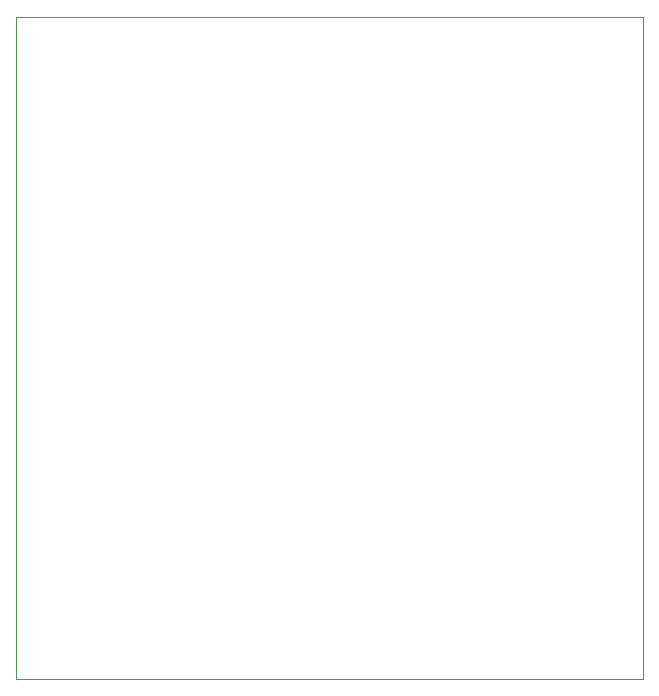
<source format=gm1>
G04 #@! TF.GenerationSoftware,KiCad,Pcbnew,7.0.7*
G04 #@! TF.CreationDate,2024-03-11T23:12:30+01:00*
G04 #@! TF.ProjectId,RocketTX,526f636b-6574-4545-982e-6b696361645f,rev?*
G04 #@! TF.SameCoordinates,Original*
G04 #@! TF.FileFunction,Profile,NP*
%FSLAX46Y46*%
G04 Gerber Fmt 4.6, Leading zero omitted, Abs format (unit mm)*
G04 Created by KiCad (PCBNEW 7.0.7) date 2024-03-11 23:12:30*
%MOMM*%
%LPD*%
G01*
G04 APERTURE LIST*
G04 #@! TA.AperFunction,Profile*
%ADD10C,0.100000*%
G04 #@! TD*
G04 APERTURE END LIST*
D10*
X107696000Y-62357000D02*
X160782000Y-62357000D01*
X160782000Y-118364000D01*
X107696000Y-118364000D01*
X107696000Y-62357000D01*
M02*

</source>
